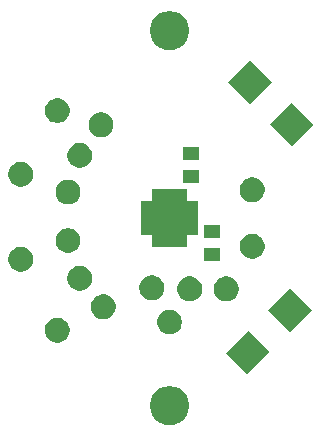
<source format=gts>
G04 #@! TF.GenerationSoftware,KiCad,Pcbnew,(5.1.5)-3*
G04 #@! TF.CreationDate,2020-01-28T19:09:49-03:30*
G04 #@! TF.ProjectId,RPM Sensor,52504d20-5365-46e7-936f-722e6b696361,rev?*
G04 #@! TF.SameCoordinates,Original*
G04 #@! TF.FileFunction,Soldermask,Top*
G04 #@! TF.FilePolarity,Negative*
%FSLAX46Y46*%
G04 Gerber Fmt 4.6, Leading zero omitted, Abs format (unit mm)*
G04 Created by KiCad (PCBNEW (5.1.5)-3) date 2020-01-28 19:09:49*
%MOMM*%
%LPD*%
G04 APERTURE LIST*
%ADD10C,0.100000*%
G04 APERTURE END LIST*
D10*
G36*
X100375256Y-114266298D02*
G01*
X100481579Y-114287447D01*
X100782042Y-114411903D01*
X101052451Y-114592585D01*
X101282415Y-114822549D01*
X101463097Y-115092958D01*
X101587553Y-115393421D01*
X101651000Y-115712391D01*
X101651000Y-116037609D01*
X101587553Y-116356579D01*
X101463097Y-116657042D01*
X101282415Y-116927451D01*
X101052451Y-117157415D01*
X100782042Y-117338097D01*
X100481579Y-117462553D01*
X100375256Y-117483702D01*
X100162611Y-117526000D01*
X99837389Y-117526000D01*
X99624744Y-117483702D01*
X99518421Y-117462553D01*
X99217958Y-117338097D01*
X98947549Y-117157415D01*
X98717585Y-116927451D01*
X98536903Y-116657042D01*
X98412447Y-116356579D01*
X98349000Y-116037609D01*
X98349000Y-115712391D01*
X98412447Y-115393421D01*
X98536903Y-115092958D01*
X98717585Y-114822549D01*
X98947549Y-114592585D01*
X99217958Y-114411903D01*
X99518421Y-114287447D01*
X99624744Y-114266298D01*
X99837389Y-114224000D01*
X100162611Y-114224000D01*
X100375256Y-114266298D01*
G37*
G36*
X108472125Y-111367767D02*
G01*
X106596877Y-113243015D01*
X104756985Y-111403123D01*
X106632233Y-109527875D01*
X108472125Y-111367767D01*
G37*
G36*
X90806564Y-108489389D02*
G01*
X90997833Y-108568615D01*
X90997835Y-108568616D01*
X91169973Y-108683635D01*
X91316365Y-108830027D01*
X91431385Y-109002167D01*
X91510611Y-109193436D01*
X91551000Y-109396484D01*
X91551000Y-109603516D01*
X91510611Y-109806564D01*
X91492205Y-109851000D01*
X91431384Y-109997835D01*
X91316365Y-110169973D01*
X91169973Y-110316365D01*
X90997835Y-110431384D01*
X90997834Y-110431385D01*
X90997833Y-110431385D01*
X90806564Y-110510611D01*
X90603516Y-110551000D01*
X90396484Y-110551000D01*
X90193436Y-110510611D01*
X90002167Y-110431385D01*
X90002166Y-110431385D01*
X90002165Y-110431384D01*
X89830027Y-110316365D01*
X89683635Y-110169973D01*
X89568616Y-109997835D01*
X89507795Y-109851000D01*
X89489389Y-109806564D01*
X89449000Y-109603516D01*
X89449000Y-109396484D01*
X89489389Y-109193436D01*
X89568615Y-109002167D01*
X89683635Y-108830027D01*
X89830027Y-108683635D01*
X90002165Y-108568616D01*
X90002167Y-108568615D01*
X90193436Y-108489389D01*
X90396484Y-108449000D01*
X90603516Y-108449000D01*
X90806564Y-108489389D01*
G37*
G36*
X100306564Y-107789389D02*
G01*
X100497833Y-107868615D01*
X100497835Y-107868616D01*
X100669973Y-107983635D01*
X100816365Y-108130027D01*
X100931385Y-108302167D01*
X101010611Y-108493436D01*
X101051000Y-108696484D01*
X101051000Y-108903516D01*
X101010611Y-109106564D01*
X100931385Y-109297833D01*
X100931384Y-109297835D01*
X100816365Y-109469973D01*
X100669973Y-109616365D01*
X100497835Y-109731384D01*
X100497834Y-109731385D01*
X100497833Y-109731385D01*
X100306564Y-109810611D01*
X100103516Y-109851000D01*
X99896484Y-109851000D01*
X99693436Y-109810611D01*
X99502167Y-109731385D01*
X99502166Y-109731385D01*
X99502165Y-109731384D01*
X99330027Y-109616365D01*
X99183635Y-109469973D01*
X99068616Y-109297835D01*
X99068615Y-109297833D01*
X98989389Y-109106564D01*
X98949000Y-108903516D01*
X98949000Y-108696484D01*
X98989389Y-108493436D01*
X99068615Y-108302167D01*
X99183635Y-108130027D01*
X99330027Y-107983635D01*
X99502165Y-107868616D01*
X99502167Y-107868615D01*
X99693436Y-107789389D01*
X99896484Y-107749000D01*
X100103516Y-107749000D01*
X100306564Y-107789389D01*
G37*
G36*
X112043015Y-107796877D02*
G01*
X110167767Y-109672125D01*
X108327875Y-107832233D01*
X110203123Y-105956985D01*
X112043015Y-107796877D01*
G37*
G36*
X94706564Y-106489389D02*
G01*
X94897833Y-106568615D01*
X94897835Y-106568616D01*
X95069973Y-106683635D01*
X95216365Y-106830027D01*
X95297197Y-106951000D01*
X95331385Y-107002167D01*
X95410611Y-107193436D01*
X95451000Y-107396484D01*
X95451000Y-107603516D01*
X95410611Y-107806564D01*
X95384908Y-107868616D01*
X95331384Y-107997835D01*
X95216365Y-108169973D01*
X95069973Y-108316365D01*
X94897835Y-108431384D01*
X94897834Y-108431385D01*
X94897833Y-108431385D01*
X94706564Y-108510611D01*
X94503516Y-108551000D01*
X94296484Y-108551000D01*
X94093436Y-108510611D01*
X93902167Y-108431385D01*
X93902166Y-108431385D01*
X93902165Y-108431384D01*
X93730027Y-108316365D01*
X93583635Y-108169973D01*
X93468616Y-107997835D01*
X93415092Y-107868616D01*
X93389389Y-107806564D01*
X93349000Y-107603516D01*
X93349000Y-107396484D01*
X93389389Y-107193436D01*
X93468615Y-107002167D01*
X93502804Y-106951000D01*
X93583635Y-106830027D01*
X93730027Y-106683635D01*
X93902165Y-106568616D01*
X93902167Y-106568615D01*
X94093436Y-106489389D01*
X94296484Y-106449000D01*
X94503516Y-106449000D01*
X94706564Y-106489389D01*
G37*
G36*
X105106564Y-104989389D02*
G01*
X105297833Y-105068615D01*
X105297835Y-105068616D01*
X105469973Y-105183635D01*
X105616365Y-105330027D01*
X105731385Y-105502167D01*
X105810611Y-105693436D01*
X105851000Y-105896484D01*
X105851000Y-106103516D01*
X105810611Y-106306564D01*
X105734882Y-106489390D01*
X105731384Y-106497835D01*
X105616365Y-106669973D01*
X105469973Y-106816365D01*
X105297835Y-106931384D01*
X105297834Y-106931385D01*
X105297833Y-106931385D01*
X105106564Y-107010611D01*
X104903516Y-107051000D01*
X104696484Y-107051000D01*
X104493436Y-107010611D01*
X104302167Y-106931385D01*
X104302166Y-106931385D01*
X104302165Y-106931384D01*
X104130027Y-106816365D01*
X103983635Y-106669973D01*
X103868616Y-106497835D01*
X103865118Y-106489390D01*
X103789389Y-106306564D01*
X103749000Y-106103516D01*
X103749000Y-105896484D01*
X103789389Y-105693436D01*
X103868615Y-105502167D01*
X103983635Y-105330027D01*
X104130027Y-105183635D01*
X104302165Y-105068616D01*
X104302167Y-105068615D01*
X104493436Y-104989389D01*
X104696484Y-104949000D01*
X104903516Y-104949000D01*
X105106564Y-104989389D01*
G37*
G36*
X102006564Y-104989389D02*
G01*
X102197833Y-105068615D01*
X102197835Y-105068616D01*
X102369973Y-105183635D01*
X102516365Y-105330027D01*
X102631385Y-105502167D01*
X102710611Y-105693436D01*
X102751000Y-105896484D01*
X102751000Y-106103516D01*
X102710611Y-106306564D01*
X102634882Y-106489390D01*
X102631384Y-106497835D01*
X102516365Y-106669973D01*
X102369973Y-106816365D01*
X102197835Y-106931384D01*
X102197834Y-106931385D01*
X102197833Y-106931385D01*
X102006564Y-107010611D01*
X101803516Y-107051000D01*
X101596484Y-107051000D01*
X101393436Y-107010611D01*
X101202167Y-106931385D01*
X101202166Y-106931385D01*
X101202165Y-106931384D01*
X101030027Y-106816365D01*
X100883635Y-106669973D01*
X100768616Y-106497835D01*
X100765118Y-106489390D01*
X100689389Y-106306564D01*
X100649000Y-106103516D01*
X100649000Y-105896484D01*
X100689389Y-105693436D01*
X100768615Y-105502167D01*
X100883635Y-105330027D01*
X101030027Y-105183635D01*
X101202165Y-105068616D01*
X101202167Y-105068615D01*
X101393436Y-104989389D01*
X101596484Y-104949000D01*
X101803516Y-104949000D01*
X102006564Y-104989389D01*
G37*
G36*
X98806564Y-104889389D02*
G01*
X98997833Y-104968615D01*
X98997835Y-104968616D01*
X99028924Y-104989389D01*
X99169973Y-105083635D01*
X99316365Y-105230027D01*
X99431385Y-105402167D01*
X99510611Y-105593436D01*
X99551000Y-105796484D01*
X99551000Y-106003516D01*
X99510611Y-106206564D01*
X99469189Y-106306565D01*
X99431384Y-106397835D01*
X99316365Y-106569973D01*
X99169973Y-106716365D01*
X98997835Y-106831384D01*
X98997834Y-106831385D01*
X98997833Y-106831385D01*
X98806564Y-106910611D01*
X98603516Y-106951000D01*
X98396484Y-106951000D01*
X98193436Y-106910611D01*
X98002167Y-106831385D01*
X98002166Y-106831385D01*
X98002165Y-106831384D01*
X97830027Y-106716365D01*
X97683635Y-106569973D01*
X97568616Y-106397835D01*
X97530811Y-106306565D01*
X97489389Y-106206564D01*
X97449000Y-106003516D01*
X97449000Y-105796484D01*
X97489389Y-105593436D01*
X97568615Y-105402167D01*
X97683635Y-105230027D01*
X97830027Y-105083635D01*
X97971076Y-104989389D01*
X98002165Y-104968616D01*
X98002167Y-104968615D01*
X98193436Y-104889389D01*
X98396484Y-104849000D01*
X98603516Y-104849000D01*
X98806564Y-104889389D01*
G37*
G36*
X92706564Y-104089389D02*
G01*
X92897833Y-104168615D01*
X92897835Y-104168616D01*
X93069973Y-104283635D01*
X93216365Y-104430027D01*
X93297197Y-104551000D01*
X93331385Y-104602167D01*
X93410611Y-104793436D01*
X93451000Y-104996484D01*
X93451000Y-105203516D01*
X93410611Y-105406564D01*
X93371011Y-105502167D01*
X93331384Y-105597835D01*
X93216365Y-105769973D01*
X93069973Y-105916365D01*
X92897835Y-106031384D01*
X92897834Y-106031385D01*
X92897833Y-106031385D01*
X92706564Y-106110611D01*
X92503516Y-106151000D01*
X92296484Y-106151000D01*
X92093436Y-106110611D01*
X91902167Y-106031385D01*
X91902166Y-106031385D01*
X91902165Y-106031384D01*
X91730027Y-105916365D01*
X91583635Y-105769973D01*
X91468616Y-105597835D01*
X91428989Y-105502167D01*
X91389389Y-105406564D01*
X91349000Y-105203516D01*
X91349000Y-104996484D01*
X91389389Y-104793436D01*
X91468615Y-104602167D01*
X91502804Y-104551000D01*
X91583635Y-104430027D01*
X91730027Y-104283635D01*
X91902165Y-104168616D01*
X91902167Y-104168615D01*
X92093436Y-104089389D01*
X92296484Y-104049000D01*
X92503516Y-104049000D01*
X92706564Y-104089389D01*
G37*
G36*
X87706564Y-102489389D02*
G01*
X87897833Y-102568615D01*
X87897835Y-102568616D01*
X88069973Y-102683635D01*
X88216365Y-102830027D01*
X88297197Y-102951000D01*
X88331385Y-103002167D01*
X88410611Y-103193436D01*
X88451000Y-103396484D01*
X88451000Y-103603516D01*
X88410611Y-103806564D01*
X88331385Y-103997833D01*
X88331384Y-103997835D01*
X88216365Y-104169973D01*
X88069973Y-104316365D01*
X87897835Y-104431384D01*
X87897834Y-104431385D01*
X87897833Y-104431385D01*
X87706564Y-104510611D01*
X87503516Y-104551000D01*
X87296484Y-104551000D01*
X87093436Y-104510611D01*
X86902167Y-104431385D01*
X86902166Y-104431385D01*
X86902165Y-104431384D01*
X86730027Y-104316365D01*
X86583635Y-104169973D01*
X86468616Y-103997835D01*
X86468615Y-103997833D01*
X86389389Y-103806564D01*
X86349000Y-103603516D01*
X86349000Y-103396484D01*
X86389389Y-103193436D01*
X86468615Y-103002167D01*
X86502804Y-102951000D01*
X86583635Y-102830027D01*
X86730027Y-102683635D01*
X86902165Y-102568616D01*
X86902167Y-102568615D01*
X87093436Y-102489389D01*
X87296484Y-102449000D01*
X87503516Y-102449000D01*
X87706564Y-102489389D01*
G37*
G36*
X104276000Y-103651000D02*
G01*
X102924000Y-103651000D01*
X102924000Y-102549000D01*
X104276000Y-102549000D01*
X104276000Y-103651000D01*
G37*
G36*
X107306564Y-101389389D02*
G01*
X107497833Y-101468615D01*
X107497835Y-101468616D01*
X107669973Y-101583635D01*
X107816365Y-101730027D01*
X107860772Y-101796486D01*
X107931385Y-101902167D01*
X108010611Y-102093436D01*
X108051000Y-102296484D01*
X108051000Y-102503516D01*
X108010611Y-102706564D01*
X107931385Y-102897833D01*
X107931384Y-102897835D01*
X107816365Y-103069973D01*
X107669973Y-103216365D01*
X107497835Y-103331384D01*
X107497834Y-103331385D01*
X107497833Y-103331385D01*
X107306564Y-103410611D01*
X107103516Y-103451000D01*
X106896484Y-103451000D01*
X106693436Y-103410611D01*
X106502167Y-103331385D01*
X106502166Y-103331385D01*
X106502165Y-103331384D01*
X106330027Y-103216365D01*
X106183635Y-103069973D01*
X106068616Y-102897835D01*
X106068615Y-102897833D01*
X105989389Y-102706564D01*
X105949000Y-102503516D01*
X105949000Y-102296484D01*
X105989389Y-102093436D01*
X106068615Y-101902167D01*
X106139229Y-101796486D01*
X106183635Y-101730027D01*
X106330027Y-101583635D01*
X106502165Y-101468616D01*
X106502167Y-101468615D01*
X106693436Y-101389389D01*
X106896484Y-101349000D01*
X107103516Y-101349000D01*
X107306564Y-101389389D01*
G37*
G36*
X91706564Y-100889389D02*
G01*
X91897833Y-100968615D01*
X91897835Y-100968616D01*
X92069973Y-101083635D01*
X92216365Y-101230027D01*
X92297197Y-101351000D01*
X92331385Y-101402167D01*
X92410611Y-101593436D01*
X92451000Y-101796484D01*
X92451000Y-102003516D01*
X92410611Y-102206564D01*
X92373365Y-102296484D01*
X92331384Y-102397835D01*
X92216365Y-102569973D01*
X92069973Y-102716365D01*
X91897835Y-102831384D01*
X91897834Y-102831385D01*
X91897833Y-102831385D01*
X91706564Y-102910611D01*
X91503516Y-102951000D01*
X91296484Y-102951000D01*
X91093436Y-102910611D01*
X90902167Y-102831385D01*
X90902166Y-102831385D01*
X90902165Y-102831384D01*
X90730027Y-102716365D01*
X90583635Y-102569973D01*
X90468616Y-102397835D01*
X90426635Y-102296484D01*
X90389389Y-102206564D01*
X90349000Y-102003516D01*
X90349000Y-101796484D01*
X90389389Y-101593436D01*
X90468615Y-101402167D01*
X90502804Y-101351000D01*
X90583635Y-101230027D01*
X90730027Y-101083635D01*
X90902165Y-100968616D01*
X90902167Y-100968615D01*
X91093436Y-100889389D01*
X91296484Y-100849000D01*
X91503516Y-100849000D01*
X91706564Y-100889389D01*
G37*
G36*
X101451000Y-98424001D02*
G01*
X101453402Y-98448387D01*
X101460515Y-98471836D01*
X101472066Y-98493447D01*
X101487611Y-98512389D01*
X101506553Y-98527934D01*
X101528164Y-98539485D01*
X101551613Y-98546598D01*
X101575999Y-98549000D01*
X102426000Y-98549000D01*
X102426000Y-101451000D01*
X101575999Y-101451000D01*
X101551613Y-101453402D01*
X101528164Y-101460515D01*
X101506553Y-101472066D01*
X101487611Y-101487611D01*
X101472066Y-101506553D01*
X101460515Y-101528164D01*
X101453402Y-101551613D01*
X101451000Y-101575999D01*
X101451000Y-102426000D01*
X98549000Y-102426000D01*
X98549000Y-101575999D01*
X98546598Y-101551613D01*
X98539485Y-101528164D01*
X98527934Y-101506553D01*
X98512389Y-101487611D01*
X98493447Y-101472066D01*
X98471836Y-101460515D01*
X98448387Y-101453402D01*
X98424001Y-101451000D01*
X97574000Y-101451000D01*
X97574000Y-98549000D01*
X98424001Y-98549000D01*
X98448387Y-98546598D01*
X98471836Y-98539485D01*
X98493447Y-98527934D01*
X98512389Y-98512389D01*
X98527934Y-98493447D01*
X98539485Y-98471836D01*
X98546598Y-98448387D01*
X98549000Y-98424001D01*
X98549000Y-97574000D01*
X101451000Y-97574000D01*
X101451000Y-98424001D01*
G37*
G36*
X104276000Y-101651000D02*
G01*
X102924000Y-101651000D01*
X102924000Y-100549000D01*
X104276000Y-100549000D01*
X104276000Y-101651000D01*
G37*
G36*
X91706564Y-96789389D02*
G01*
X91897833Y-96868615D01*
X91897835Y-96868616D01*
X92069973Y-96983635D01*
X92216365Y-97130027D01*
X92325551Y-97293435D01*
X92331385Y-97302167D01*
X92410611Y-97493436D01*
X92451000Y-97696484D01*
X92451000Y-97903516D01*
X92410611Y-98106564D01*
X92342925Y-98269973D01*
X92331384Y-98297835D01*
X92216365Y-98469973D01*
X92069973Y-98616365D01*
X91897835Y-98731384D01*
X91897834Y-98731385D01*
X91897833Y-98731385D01*
X91706564Y-98810611D01*
X91503516Y-98851000D01*
X91296484Y-98851000D01*
X91093436Y-98810611D01*
X90902167Y-98731385D01*
X90902166Y-98731385D01*
X90902165Y-98731384D01*
X90730027Y-98616365D01*
X90583635Y-98469973D01*
X90468616Y-98297835D01*
X90457075Y-98269973D01*
X90389389Y-98106564D01*
X90349000Y-97903516D01*
X90349000Y-97696484D01*
X90389389Y-97493436D01*
X90468615Y-97302167D01*
X90474450Y-97293435D01*
X90583635Y-97130027D01*
X90730027Y-96983635D01*
X90902165Y-96868616D01*
X90902167Y-96868615D01*
X91093436Y-96789389D01*
X91296484Y-96749000D01*
X91503516Y-96749000D01*
X91706564Y-96789389D01*
G37*
G36*
X107306564Y-96589389D02*
G01*
X107497833Y-96668615D01*
X107497835Y-96668616D01*
X107669973Y-96783635D01*
X107816365Y-96930027D01*
X107897197Y-97051000D01*
X107931385Y-97102167D01*
X108010611Y-97293436D01*
X108051000Y-97496484D01*
X108051000Y-97703516D01*
X108010611Y-97906564D01*
X107931385Y-98097833D01*
X107931384Y-98097835D01*
X107816365Y-98269973D01*
X107669973Y-98416365D01*
X107497835Y-98531384D01*
X107497834Y-98531385D01*
X107497833Y-98531385D01*
X107306564Y-98610611D01*
X107103516Y-98651000D01*
X106896484Y-98651000D01*
X106693436Y-98610611D01*
X106502167Y-98531385D01*
X106502166Y-98531385D01*
X106502165Y-98531384D01*
X106330027Y-98416365D01*
X106183635Y-98269973D01*
X106068616Y-98097835D01*
X106068615Y-98097833D01*
X105989389Y-97906564D01*
X105949000Y-97703516D01*
X105949000Y-97496484D01*
X105989389Y-97293436D01*
X106068615Y-97102167D01*
X106102804Y-97051000D01*
X106183635Y-96930027D01*
X106330027Y-96783635D01*
X106502165Y-96668616D01*
X106502167Y-96668615D01*
X106693436Y-96589389D01*
X106896484Y-96549000D01*
X107103516Y-96549000D01*
X107306564Y-96589389D01*
G37*
G36*
X87706564Y-95289389D02*
G01*
X87897833Y-95368615D01*
X87897835Y-95368616D01*
X88069973Y-95483635D01*
X88216365Y-95630027D01*
X88297197Y-95751000D01*
X88331385Y-95802167D01*
X88410611Y-95993436D01*
X88451000Y-96196484D01*
X88451000Y-96403516D01*
X88410611Y-96606564D01*
X88334882Y-96789390D01*
X88331384Y-96797835D01*
X88216365Y-96969973D01*
X88069973Y-97116365D01*
X87897835Y-97231384D01*
X87897834Y-97231385D01*
X87897833Y-97231385D01*
X87706564Y-97310611D01*
X87503516Y-97351000D01*
X87296484Y-97351000D01*
X87093436Y-97310611D01*
X86902167Y-97231385D01*
X86902166Y-97231385D01*
X86902165Y-97231384D01*
X86730027Y-97116365D01*
X86583635Y-96969973D01*
X86468616Y-96797835D01*
X86465118Y-96789390D01*
X86389389Y-96606564D01*
X86349000Y-96403516D01*
X86349000Y-96196484D01*
X86389389Y-95993436D01*
X86468615Y-95802167D01*
X86502804Y-95751000D01*
X86583635Y-95630027D01*
X86730027Y-95483635D01*
X86902165Y-95368616D01*
X86902167Y-95368615D01*
X87093436Y-95289389D01*
X87296484Y-95249000D01*
X87503516Y-95249000D01*
X87706564Y-95289389D01*
G37*
G36*
X102476000Y-97051000D02*
G01*
X101124000Y-97051000D01*
X101124000Y-95949000D01*
X102476000Y-95949000D01*
X102476000Y-97051000D01*
G37*
G36*
X92706564Y-93689389D02*
G01*
X92897833Y-93768615D01*
X92897835Y-93768616D01*
X93069973Y-93883635D01*
X93216365Y-94030027D01*
X93331385Y-94202167D01*
X93410611Y-94393436D01*
X93451000Y-94596484D01*
X93451000Y-94803516D01*
X93410611Y-95006564D01*
X93392205Y-95051000D01*
X93331384Y-95197835D01*
X93216365Y-95369973D01*
X93069973Y-95516365D01*
X92897835Y-95631384D01*
X92897834Y-95631385D01*
X92897833Y-95631385D01*
X92706564Y-95710611D01*
X92503516Y-95751000D01*
X92296484Y-95751000D01*
X92093436Y-95710611D01*
X91902167Y-95631385D01*
X91902166Y-95631385D01*
X91902165Y-95631384D01*
X91730027Y-95516365D01*
X91583635Y-95369973D01*
X91468616Y-95197835D01*
X91407795Y-95051000D01*
X91389389Y-95006564D01*
X91349000Y-94803516D01*
X91349000Y-94596484D01*
X91389389Y-94393436D01*
X91468615Y-94202167D01*
X91583635Y-94030027D01*
X91730027Y-93883635D01*
X91902165Y-93768616D01*
X91902167Y-93768615D01*
X92093436Y-93689389D01*
X92296484Y-93649000D01*
X92503516Y-93649000D01*
X92706564Y-93689389D01*
G37*
G36*
X102476000Y-95051000D02*
G01*
X101124000Y-95051000D01*
X101124000Y-93949000D01*
X102476000Y-93949000D01*
X102476000Y-95051000D01*
G37*
G36*
X112243015Y-92103123D02*
G01*
X110403123Y-93943015D01*
X108527875Y-92067767D01*
X110367767Y-90227875D01*
X112243015Y-92103123D01*
G37*
G36*
X94506564Y-91089389D02*
G01*
X94697833Y-91168615D01*
X94697835Y-91168616D01*
X94869973Y-91283635D01*
X95016365Y-91430027D01*
X95131385Y-91602167D01*
X95210611Y-91793436D01*
X95251000Y-91996484D01*
X95251000Y-92203516D01*
X95210611Y-92406564D01*
X95131385Y-92597833D01*
X95131384Y-92597835D01*
X95016365Y-92769973D01*
X94869973Y-92916365D01*
X94697835Y-93031384D01*
X94697834Y-93031385D01*
X94697833Y-93031385D01*
X94506564Y-93110611D01*
X94303516Y-93151000D01*
X94096484Y-93151000D01*
X93893436Y-93110611D01*
X93702167Y-93031385D01*
X93702166Y-93031385D01*
X93702165Y-93031384D01*
X93530027Y-92916365D01*
X93383635Y-92769973D01*
X93268616Y-92597835D01*
X93268615Y-92597833D01*
X93189389Y-92406564D01*
X93149000Y-92203516D01*
X93149000Y-91996484D01*
X93189389Y-91793436D01*
X93268615Y-91602167D01*
X93383635Y-91430027D01*
X93530027Y-91283635D01*
X93702165Y-91168616D01*
X93702167Y-91168615D01*
X93893436Y-91089389D01*
X94096484Y-91049000D01*
X94303516Y-91049000D01*
X94506564Y-91089389D01*
G37*
G36*
X90806564Y-89889389D02*
G01*
X90997833Y-89968615D01*
X90997835Y-89968616D01*
X91169973Y-90083635D01*
X91316365Y-90230027D01*
X91431385Y-90402167D01*
X91510611Y-90593436D01*
X91551000Y-90796484D01*
X91551000Y-91003516D01*
X91510611Y-91206564D01*
X91478687Y-91283635D01*
X91431384Y-91397835D01*
X91316365Y-91569973D01*
X91169973Y-91716365D01*
X90997835Y-91831384D01*
X90997834Y-91831385D01*
X90997833Y-91831385D01*
X90806564Y-91910611D01*
X90603516Y-91951000D01*
X90396484Y-91951000D01*
X90193436Y-91910611D01*
X90002167Y-91831385D01*
X90002166Y-91831385D01*
X90002165Y-91831384D01*
X89830027Y-91716365D01*
X89683635Y-91569973D01*
X89568616Y-91397835D01*
X89521313Y-91283635D01*
X89489389Y-91206564D01*
X89449000Y-91003516D01*
X89449000Y-90796484D01*
X89489389Y-90593436D01*
X89568615Y-90402167D01*
X89683635Y-90230027D01*
X89830027Y-90083635D01*
X90002165Y-89968616D01*
X90002167Y-89968615D01*
X90193436Y-89889389D01*
X90396484Y-89849000D01*
X90603516Y-89849000D01*
X90806564Y-89889389D01*
G37*
G36*
X108672125Y-88532233D02*
G01*
X106832233Y-90372125D01*
X104956985Y-88496877D01*
X106796877Y-86656985D01*
X108672125Y-88532233D01*
G37*
G36*
X100375256Y-82516298D02*
G01*
X100481579Y-82537447D01*
X100782042Y-82661903D01*
X101052451Y-82842585D01*
X101282415Y-83072549D01*
X101463097Y-83342958D01*
X101587553Y-83643421D01*
X101651000Y-83962391D01*
X101651000Y-84287609D01*
X101587553Y-84606579D01*
X101463097Y-84907042D01*
X101282415Y-85177451D01*
X101052451Y-85407415D01*
X100782042Y-85588097D01*
X100481579Y-85712553D01*
X100375256Y-85733702D01*
X100162611Y-85776000D01*
X99837389Y-85776000D01*
X99624744Y-85733702D01*
X99518421Y-85712553D01*
X99217958Y-85588097D01*
X98947549Y-85407415D01*
X98717585Y-85177451D01*
X98536903Y-84907042D01*
X98412447Y-84606579D01*
X98349000Y-84287609D01*
X98349000Y-83962391D01*
X98412447Y-83643421D01*
X98536903Y-83342958D01*
X98717585Y-83072549D01*
X98947549Y-82842585D01*
X99217958Y-82661903D01*
X99518421Y-82537447D01*
X99624744Y-82516298D01*
X99837389Y-82474000D01*
X100162611Y-82474000D01*
X100375256Y-82516298D01*
G37*
M02*

</source>
